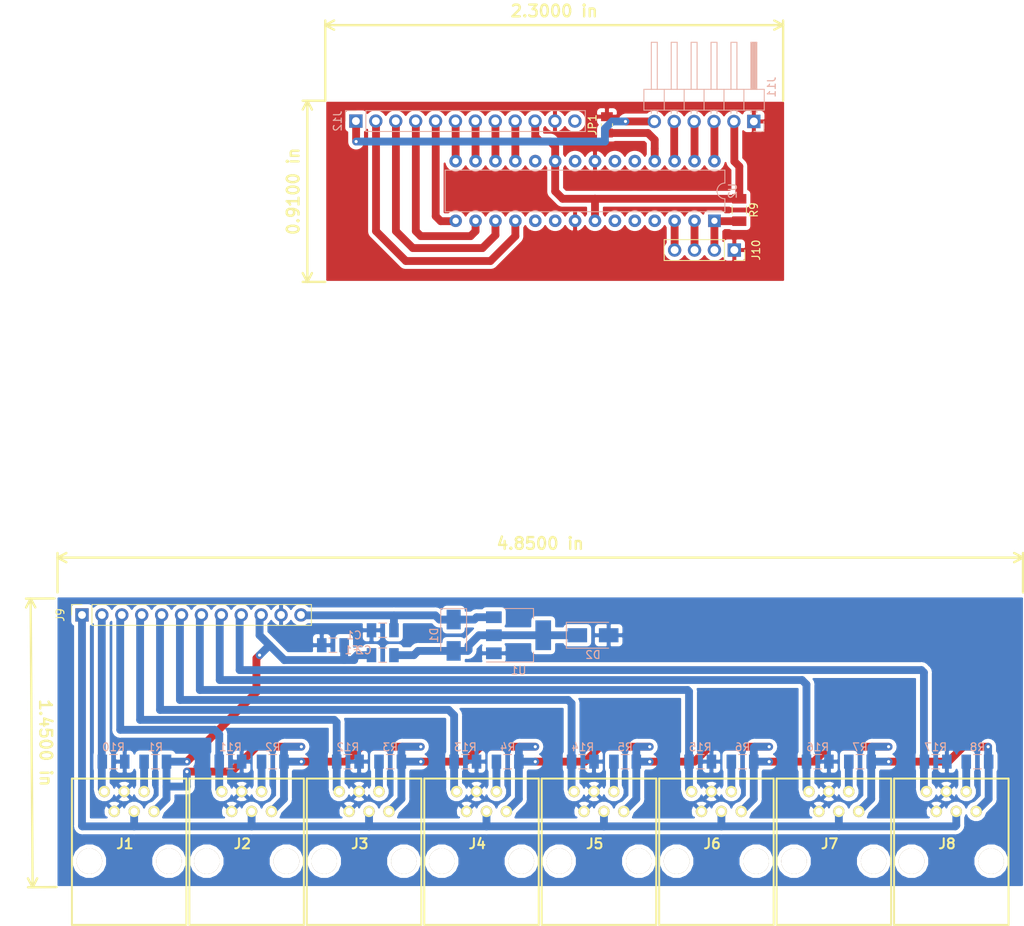
<source format=kicad_pcb>
(kicad_pcb (version 20171130) (host pcbnew "(5.0.0-rc2-58-gfc71fc647)")
  (layers (0 F.Cu signal) (31 B.Cu signal) (34 B.Paste user) (35 F.Paste user) (36 B.SilkS user) (37 F.SilkS user) (38 B.Mask user) (39 F.Mask user) (44 Edge.Cuts user))
  (net 0 "")
  (net 1 dht_0)
  (net 2 GND)
  (net 3 "Net-(J8-Pad5)")
  (net 4 3V3)
  (net 5 dht_7)
  (net 6 "Net-(J2-Pad5)")
  (net 7 "Net-(J1-Pad5)")
  (net 8 "Net-(J4-Pad5)")
  (net 9 "Net-(J5-Pad5)")
  (net 10 "Net-(J6-Pad5)")
  (net 11 dht_6)
  (net 12 dht_5)
  (net 13 dht_4)
  (net 14 dht_3)
  (net 15 dht_2)
  (net 16 dht_1)
  (net 17 "Net-(J3-Pad5)")
  (net 18 "Net-(J7-Pad5)")
  (net 19 "Net-(D1-Pad2)")
  (net 20 Vin)
  (net 21 1wire)
  (net 22 "Net-(J10-Pad2)")
  (net 23 "Net-(JP1-Pad1)")
  (net 24 SDA)
  (net 25 SCL)
  (net 26 "Net-(J10-Pad3)")
  (net 27 "Net-(J10-Pad4)")
  (net 28 "Net-(U2-Pad4)")
  (net 29 "Net-(U2-Pad5)")
  (net 30 "Net-(U2-Pad19)")
  (net 31 "Net-(U2-Pad6)")
  (net 32 "Net-(U2-Pad21)")
  (net 33 "Net-(U2-Pad9)")
  (net 34 "Net-(U2-Pad23)")
  (net 35 "Net-(U2-Pad10)")
  (net 36 "Net-(U2-Pad24)")
  (net 37 !Lock)
  (module Connector_PinHeader_2.54mm:PinHeader_1x06_P2.54mm_Horizontal (layer B.Cu) (at 189.5602 47.5996 90)
    (fp_text reference J11 (at 4.385 2.27 90) (layer B.SilkS) (effects (justify mirror)))
    (fp_text value Out)
    (pad 1 thru_hole rect (at 0 0 90) (size 1.7 1.7) (drill 1) (layers *.Cu *.Mask) (net 2 GND))
    (pad 2 thru_hole oval (at 0 -2.54 90) (size 1.7 1.7) (drill 1) (layers *.Cu *.Mask) (net 4 3V3))
    (pad 3 thru_hole oval (at 0 -5.08 90) (size 1.7 1.7) (drill 1) (layers *.Cu *.Mask) (net 25 SCL))
    (pad 4 thru_hole oval (at 0 -7.62 90) (size 1.7 1.7) (drill 1) (layers *.Cu *.Mask) (net 24 SDA))
    (pad 5 thru_hole oval (at 0 -10.16 90) (size 1.7 1.7) (drill 1) (layers *.Cu *.Mask) (net 37 !Lock))
    (pad 6 thru_hole oval (at 0 -12.7 90) (size 1.7 1.7) (drill 1) (layers *.Cu *.Mask) (net 21 1wire))
  )
  (module Connector_PinHeader_2.54mm:PinHeader_1x12_P2.54mm_Vertical (layer B.Cu) (at 138.7856 47.5488 270)
    (fp_text reference J12 (at 0 2.33 270) (layer B.SilkS) (effects (justify mirror)))
    (fp_text value Flex)
    (pad 1 thru_hole rect (at 0 0 270) (size 1.7 1.7) (drill 1) (layers *.Cu *.Mask) (net 21 1wire))
    (pad 2 thru_hole oval (at 0 -2.54 270) (size 1.7 1.7) (drill 1) (layers *.Cu *.Mask) (net 1 dht_0))
    (pad 3 thru_hole oval (at 0 -5.08 270) (size 1.7 1.7) (drill 1) (layers *.Cu *.Mask) (net 16 dht_1))
    (pad 4 thru_hole oval (at 0 -7.62 270) (size 1.7 1.7) (drill 1) (layers *.Cu *.Mask) (net 15 dht_2))
    (pad 5 thru_hole oval (at 0 -10.16 270) (size 1.7 1.7) (drill 1) (layers *.Cu *.Mask) (net 14 dht_3))
    (pad 6 thru_hole oval (at 0 -12.7 270) (size 1.7 1.7) (drill 1) (layers *.Cu *.Mask) (net 13 dht_4))
    (pad 7 thru_hole oval (at 0 -15.24 270) (size 1.7 1.7) (drill 1) (layers *.Cu *.Mask) (net 12 dht_5))
    (pad 8 thru_hole oval (at 0 -17.78 270) (size 1.7 1.7) (drill 1) (layers *.Cu *.Mask) (net 11 dht_6))
    (pad 9 thru_hole oval (at 0 -20.32 270) (size 1.7 1.7) (drill 1) (layers *.Cu *.Mask) (net 5 dht_7))
    (pad 10 thru_hole oval (at 0 -22.86 270) (size 1.7 1.7) (drill 1) (layers *.Cu *.Mask) (net 4 3V3))
    (pad 11 thru_hole oval (at 0 -25.4 270) (size 1.7 1.7) (drill 1) (layers *.Cu *.Mask) (net 2 GND))
    (pad 12 thru_hole oval (at 0 -27.94 270) (size 1.7 1.7) (drill 1) (layers *.Cu *.Mask) (net 20 Vin))
  )
  (module Connector_PinSocket_2.54mm:PinSocket_1x04_P2.54mm_Vertical (layer F.Cu) (at 187.071 64.008 270)
    (fp_text reference J10 (at 0 -2.77 270) (layer F.SilkS))
    (fp_text value Prog)
    (pad 1 thru_hole rect (at 0 0 270) (size 1.7 1.7) (drill 1) (layers *.Cu *.Mask) (net 2 GND))
    (pad 2 thru_hole oval (at 0 2.54 270) (size 1.7 1.7) (drill 1) (layers *.Cu *.Mask) (net 22 "Net-(J10-Pad2)"))
    (pad 3 thru_hole oval (at 0 5.08 270) (size 1.7 1.7) (drill 1) (layers *.Cu *.Mask) (net 26 "Net-(J10-Pad3)"))
    (pad 4 thru_hole oval (at 0 7.62 270) (size 1.7 1.7) (drill 1) (layers *.Cu *.Mask) (net 27 "Net-(J10-Pad4)"))
  )
  (module Package_DIP:DIP-28_W7.62mm (layer B.Cu) (at 184.531 60.2742 90)
    (fp_text reference U2 (at 3.81 2.33 90) (layer B.SilkS) (effects (justify mirror)))
    (fp_text value ATmega328-PU)
    (pad 1 thru_hole rect (at 0 0 90) (size 1.6 1.6) (drill 0.8) (layers *.Cu *.Mask) (net 22 "Net-(J10-Pad2)"))
    (pad 15 thru_hole oval (at 7.62 -33.02 90) (size 1.6 1.6) (drill 0.8) (layers *.Cu *.Mask) (net 13 dht_4))
    (pad 2 thru_hole oval (at 0 -2.54 90) (size 1.6 1.6) (drill 0.8) (layers *.Cu *.Mask) (net 26 "Net-(J10-Pad3)"))
    (pad 16 thru_hole oval (at 7.62 -30.48 90) (size 1.6 1.6) (drill 0.8) (layers *.Cu *.Mask) (net 12 dht_5))
    (pad 3 thru_hole oval (at 0 -5.08 90) (size 1.6 1.6) (drill 0.8) (layers *.Cu *.Mask) (net 27 "Net-(J10-Pad4)"))
    (pad 17 thru_hole oval (at 7.62 -27.94 90) (size 1.6 1.6) (drill 0.8) (layers *.Cu *.Mask) (net 11 dht_6))
    (pad 4 thru_hole oval (at 0 -7.62 90) (size 1.6 1.6) (drill 0.8) (layers *.Cu *.Mask) (net 28 "Net-(U2-Pad4)"))
    (pad 18 thru_hole oval (at 7.62 -25.4 90) (size 1.6 1.6) (drill 0.8) (layers *.Cu *.Mask) (net 5 dht_7))
    (pad 5 thru_hole oval (at 0 -10.16 90) (size 1.6 1.6) (drill 0.8) (layers *.Cu *.Mask) (net 29 "Net-(U2-Pad5)"))
    (pad 19 thru_hole oval (at 7.62 -22.86 90) (size 1.6 1.6) (drill 0.8) (layers *.Cu *.Mask) (net 30 "Net-(U2-Pad19)"))
    (pad 6 thru_hole oval (at 0 -12.7 90) (size 1.6 1.6) (drill 0.8) (layers *.Cu *.Mask) (net 31 "Net-(U2-Pad6)"))
    (pad 20 thru_hole oval (at 7.62 -20.32 90) (size 1.6 1.6) (drill 0.8) (layers *.Cu *.Mask) (net 4 3V3))
    (pad 7 thru_hole oval (at 0 -15.24 90) (size 1.6 1.6) (drill 0.8) (layers *.Cu *.Mask) (net 4 3V3))
    (pad 21 thru_hole oval (at 7.62 -17.78 90) (size 1.6 1.6) (drill 0.8) (layers *.Cu *.Mask) (net 32 "Net-(U2-Pad21)"))
    (pad 8 thru_hole oval (at 0 -17.78 90) (size 1.6 1.6) (drill 0.8) (layers *.Cu *.Mask) (net 2 GND))
    (pad 22 thru_hole oval (at 7.62 -15.24 90) (size 1.6 1.6) (drill 0.8) (layers *.Cu *.Mask) (net 2 GND))
    (pad 9 thru_hole oval (at 0 -20.32 90) (size 1.6 1.6) (drill 0.8) (layers *.Cu *.Mask) (net 33 "Net-(U2-Pad9)"))
    (pad 23 thru_hole oval (at 7.62 -12.7 90) (size 1.6 1.6) (drill 0.8) (layers *.Cu *.Mask) (net 34 "Net-(U2-Pad23)"))
    (pad 10 thru_hole oval (at 0 -22.86 90) (size 1.6 1.6) (drill 0.8) (layers *.Cu *.Mask) (net 35 "Net-(U2-Pad10)"))
    (pad 24 thru_hole oval (at 7.62 -10.16 90) (size 1.6 1.6) (drill 0.8) (layers *.Cu *.Mask) (net 36 "Net-(U2-Pad24)"))
    (pad 11 thru_hole oval (at 0 -25.4 90) (size 1.6 1.6) (drill 0.8) (layers *.Cu *.Mask) (net 1 dht_0))
    (pad 25 thru_hole oval (at 7.62 -7.62 90) (size 1.6 1.6) (drill 0.8) (layers *.Cu *.Mask) (net 23 "Net-(JP1-Pad1)"))
    (pad 12 thru_hole oval (at 0 -27.94 90) (size 1.6 1.6) (drill 0.8) (layers *.Cu *.Mask) (net 16 dht_1))
    (pad 26 thru_hole oval (at 7.62 -5.08 90) (size 1.6 1.6) (drill 0.8) (layers *.Cu *.Mask) (net 37 !Lock))
    (pad 13 thru_hole oval (at 0 -30.48 90) (size 1.6 1.6) (drill 0.8) (layers *.Cu *.Mask) (net 15 dht_2))
    (pad 27 thru_hole oval (at 7.62 -2.54 90) (size 1.6 1.6) (drill 0.8) (layers *.Cu *.Mask) (net 24 SDA))
    (pad 14 thru_hole oval (at 0 -33.02 90) (size 1.6 1.6) (drill 0.8) (layers *.Cu *.Mask) (net 14 dht_3))
    (pad 28 thru_hole oval (at 7.62 0 90) (size 1.6 1.6) (drill 0.8) (layers *.Cu *.Mask) (net 25 SCL))
  )
  (module Resistor_SMD:R_1206_3216Metric (layer B.Cu) (at 212.758 129.286 180)
    (fp_text reference R17 (at 0 1.85 180) (layer B.SilkS) (effects (justify mirror)))
    (fp_text value 33k)
    (pad 1 smd rect (at -1.43 0 180) (size 1.22 1.8) (layers B.Cu B.Paste B.Mask) (net 2 GND))
    (pad 2 smd rect (at 1.43 0 180) (size 1.22 1.8) (layers B.Cu B.Paste B.Mask) (net 5 dht_7))
  )
  (module Connector_PinSocket_2.54mm:PinSocket_1x12_P2.54mm_Vertical (layer F.Cu) (at 103.8352 110.5662 90)
    (fp_text reference J9 (at 0 -2.77 90) (layer F.SilkS))
    (fp_text value Conn_01x12)
    (pad 1 thru_hole rect (at 0 0 90) (size 1.7 1.7) (drill 1) (layers *.Cu *.Mask) (net 21 1wire))
    (pad 2 thru_hole oval (at 0 2.54 90) (size 1.7 1.7) (drill 1) (layers *.Cu *.Mask) (net 1 dht_0))
    (pad 3 thru_hole oval (at 0 5.08 90) (size 1.7 1.7) (drill 1) (layers *.Cu *.Mask) (net 16 dht_1))
    (pad 4 thru_hole oval (at 0 7.62 90) (size 1.7 1.7) (drill 1) (layers *.Cu *.Mask) (net 15 dht_2))
    (pad 5 thru_hole oval (at 0 10.16 90) (size 1.7 1.7) (drill 1) (layers *.Cu *.Mask) (net 14 dht_3))
    (pad 6 thru_hole oval (at 0 12.7 90) (size 1.7 1.7) (drill 1) (layers *.Cu *.Mask) (net 13 dht_4))
    (pad 7 thru_hole oval (at 0 15.24 90) (size 1.7 1.7) (drill 1) (layers *.Cu *.Mask) (net 12 dht_5))
    (pad 8 thru_hole oval (at 0 17.78 90) (size 1.7 1.7) (drill 1) (layers *.Cu *.Mask) (net 11 dht_6))
    (pad 9 thru_hole oval (at 0 20.32 90) (size 1.7 1.7) (drill 1) (layers *.Cu *.Mask) (net 5 dht_7))
    (pad 10 thru_hole oval (at 0 22.86 90) (size 1.7 1.7) (drill 1) (layers *.Cu *.Mask) (net 4 3V3))
    (pad 11 thru_hole oval (at 0 25.4 90) (size 1.7 1.7) (drill 1) (layers *.Cu *.Mask) (net 2 GND))
    (pad 12 thru_hole oval (at 0 27.94 90) (size 1.7 1.7) (drill 1) (layers *.Cu *.Mask) (net 20 Vin))
  )
  (module Diode_SMD:D_SMA (layer B.Cu) (at 169.037 113.157)
    (fp_text reference D2 (at 0 2.5) (layer B.SilkS) (effects (justify mirror)))
    (fp_text value 1N4007)
    (pad 1 smd rect (at -2 0) (size 2.5 1.8) (layers B.Cu B.Paste B.Mask) (net 19 "Net-(D1-Pad2)"))
    (pad 2 smd rect (at 2 0) (size 2.5 1.8) (layers B.Cu B.Paste B.Mask) (net 2 GND))
  )
  (module Capacitor_SMD:C_1206_3216Metric (layer B.Cu) (at 142.207 112.522 180)
    (fp_text reference C1 (at 3.65 -0.635 180) (layer B.SilkS) (effects (justify mirror)))
    (fp_text value 100nF)
    (pad 1 smd rect (at -1.43 0 180) (size 1.22 1.8) (layers B.Cu B.Paste B.Mask) (net 20 Vin))
    (pad 2 smd rect (at 1.43 0 180) (size 1.22 1.8) (layers B.Cu B.Paste B.Mask) (net 2 GND))
  )
  (module Diode_SMD:D_SMA (layer B.Cu) (at 151.257 113.157 270)
    (fp_text reference D1 (at 0 2.5 270) (layer B.SilkS) (effects (justify mirror)))
    (fp_text value 1N4007)
    (pad 2 smd rect (at 2 0 270) (size 2.5 1.8) (layers B.Cu B.Paste B.Mask) (net 19 "Net-(D1-Pad2)"))
    (pad 1 smd rect (at -2 0 270) (size 2.5 1.8) (layers B.Cu B.Paste B.Mask) (net 20 Vin))
  )
  (module Capacitor_SMD:C_1206_3216Metric (layer B.Cu) (at 135.857 114.427 180)
    (fp_text reference C2 (at -3.97 -0.635 180) (layer B.SilkS) (effects (justify mirror)))
    (fp_text value 100nF)
    (pad 1 smd rect (at -1.43 0 180) (size 1.22 1.8) (layers B.Cu B.Paste B.Mask) (net 4 3V3))
    (pad 2 smd rect (at 1.43 0 180) (size 1.22 1.8) (layers B.Cu B.Paste B.Mask) (net 2 GND))
  )
  (module Fuse:Fuse_1206_3216Metric (layer B.Cu) (at 142.207 115.697)
    (fp_text reference F1 (at -3.97 -0.635) (layer B.SilkS) (effects (justify mirror)))
    (fp_text value 500mA)
    (pad 1 smd rect (at -1.43 0) (size 1.22 1.8) (layers B.Cu B.Paste B.Mask) (net 4 3V3))
    (pad 2 smd rect (at 1.43 0) (size 1.22 1.8) (layers B.Cu B.Paste B.Mask) (net 19 "Net-(D1-Pad2)"))
  )
  (module Package_TO_SOT_SMD:SOT-223-3_TabPin2 (layer B.Cu) (at 159.537 113.157)
    (fp_text reference U1 (at 0 4.5) (layer B.SilkS) (effects (justify mirror)))
    (fp_text value LM1117-3.3)
    (pad 2 smd rect (at 3.15 0) (size 2 3.8) (layers B.Cu B.Paste B.Mask) (net 19 "Net-(D1-Pad2)"))
    (pad 2 smd rect (at -3.15 0) (size 2 1.5) (layers B.Cu B.Paste B.Mask) (net 19 "Net-(D1-Pad2)"))
    (pad 3 smd rect (at -3.15 -2.3) (size 2 1.5) (layers B.Cu B.Paste B.Mask) (net 20 Vin))
    (pad 1 smd rect (at -3.15 2.3) (size 2 1.5) (layers B.Cu B.Paste B.Mask) (net 2 GND))
  )
  (module MHRJJ66NFRA:MHRJJ66NFRA (layer F.Cu) (at 184.785 133.096)
    (fp_text reference J6 (at -0.545 6.669) (layer F.SilkS) (effects (font (size 1.27 1.27) (thickness 0.254))))
    (fp_text value MHRJJ66NFRA hide)
    (pad 8 thru_hole circle (at 5.08 8.89 90) (size 3.25 3.25) (drill 3.25) (layers *.Cu *.Mask F.SilkS))
    (pad 7 thru_hole circle (at -5.08 8.89 90) (size 3.25 3.25) (drill 3.25) (layers *.Cu *.Mask F.SilkS))
    (pad 6 thru_hole circle (at 3.175 2.54 90) (size 1.45 1.45) (drill 0.9) (layers *.Cu *.Mask F.SilkS) (net 4 3V3))
    (pad 5 thru_hole circle (at 1.905 0 90) (size 1.45 1.45) (drill 0.9) (layers *.Cu *.Mask F.SilkS) (net 10 "Net-(J6-Pad5)"))
    (pad 4 thru_hole circle (at 0.635 2.54 90) (size 1.45 1.45) (drill 0.9) (layers *.Cu *.Mask F.SilkS) (net 21 1wire))
    (pad 3 thru_hole circle (at -0.635 0 90) (size 1.45 1.45) (drill 0.9) (layers *.Cu *.Mask F.SilkS) (net 2 GND))
    (pad 2 thru_hole circle (at -1.905 2.54 90) (size 1.45 1.45) (drill 0.9) (layers *.Cu *.Mask F.SilkS) (net 2 GND))
    (pad 1 thru_hole circle (at -3.175 0 90) (size 1.45 1.45) (drill 0.9) (layers *.Cu *.Mask F.SilkS) (net 12 dht_5))
  )
  (module MHRJJ66NFRA:MHRJJ66NFRA (layer F.Cu) (at 109.855 133.096)
    (fp_text reference J1 (at -0.545 6.669) (layer F.SilkS) (effects (font (size 1.27 1.27) (thickness 0.254))))
    (fp_text value MHRJJ66NFRA hide)
    (pad 1 thru_hole circle (at -3.175 0 90) (size 1.45 1.45) (drill 0.9) (layers *.Cu *.Mask F.SilkS) (net 1 dht_0))
    (pad 2 thru_hole circle (at -1.905 2.54 90) (size 1.45 1.45) (drill 0.9) (layers *.Cu *.Mask F.SilkS) (net 2 GND))
    (pad 3 thru_hole circle (at -0.635 0 90) (size 1.45 1.45) (drill 0.9) (layers *.Cu *.Mask F.SilkS) (net 2 GND))
    (pad 4 thru_hole circle (at 0.635 2.54 90) (size 1.45 1.45) (drill 0.9) (layers *.Cu *.Mask F.SilkS) (net 21 1wire))
    (pad 5 thru_hole circle (at 1.905 0 90) (size 1.45 1.45) (drill 0.9) (layers *.Cu *.Mask F.SilkS) (net 7 "Net-(J1-Pad5)"))
    (pad 6 thru_hole circle (at 3.175 2.54 90) (size 1.45 1.45) (drill 0.9) (layers *.Cu *.Mask F.SilkS) (net 4 3V3))
    (pad 7 thru_hole circle (at -5.08 8.89 90) (size 3.25 3.25) (drill 3.25) (layers *.Cu *.Mask F.SilkS))
    (pad 8 thru_hole circle (at 5.08 8.89 90) (size 3.25 3.25) (drill 3.25) (layers *.Cu *.Mask F.SilkS))
  )
  (module MHRJJ66NFRA:MHRJJ66NFRA (layer F.Cu) (at 139.827 133.096)
    (fp_text reference J3 (at -0.545 6.669) (layer F.SilkS) (effects (font (size 1.27 1.27) (thickness 0.254))))
    (fp_text value MHRJJ66NFRA hide)
    (pad 8 thru_hole circle (at 5.08 8.89 90) (size 3.25 3.25) (drill 3.25) (layers *.Cu *.Mask F.SilkS))
    (pad 7 thru_hole circle (at -5.08 8.89 90) (size 3.25 3.25) (drill 3.25) (layers *.Cu *.Mask F.SilkS))
    (pad 6 thru_hole circle (at 3.175 2.54 90) (size 1.45 1.45) (drill 0.9) (layers *.Cu *.Mask F.SilkS) (net 4 3V3))
    (pad 5 thru_hole circle (at 1.905 0 90) (size 1.45 1.45) (drill 0.9) (layers *.Cu *.Mask F.SilkS) (net 17 "Net-(J3-Pad5)"))
    (pad 4 thru_hole circle (at 0.635 2.54 90) (size 1.45 1.45) (drill 0.9) (layers *.Cu *.Mask F.SilkS) (net 21 1wire))
    (pad 3 thru_hole circle (at -0.635 0 90) (size 1.45 1.45) (drill 0.9) (layers *.Cu *.Mask F.SilkS) (net 2 GND))
    (pad 2 thru_hole circle (at -1.905 2.54 90) (size 1.45 1.45) (drill 0.9) (layers *.Cu *.Mask F.SilkS) (net 2 GND))
    (pad 1 thru_hole circle (at -3.175 0 90) (size 1.45 1.45) (drill 0.9) (layers *.Cu *.Mask F.SilkS) (net 15 dht_2))
  )
  (module MHRJJ66NFRA:MHRJJ66NFRA (layer F.Cu) (at 154.813 133.096)
    (fp_text reference J4 (at -0.545 6.669) (layer F.SilkS) (effects (font (size 1.27 1.27) (thickness 0.254))))
    (fp_text value MHRJJ66NFRA hide)
    (pad 1 thru_hole circle (at -3.175 0 90) (size 1.45 1.45) (drill 0.9) (layers *.Cu *.Mask F.SilkS) (net 14 dht_3))
    (pad 2 thru_hole circle (at -1.905 2.54 90) (size 1.45 1.45) (drill 0.9) (layers *.Cu *.Mask F.SilkS) (net 2 GND))
    (pad 3 thru_hole circle (at -0.635 0 90) (size 1.45 1.45) (drill 0.9) (layers *.Cu *.Mask F.SilkS) (net 2 GND))
    (pad 4 thru_hole circle (at 0.635 2.54 90) (size 1.45 1.45) (drill 0.9) (layers *.Cu *.Mask F.SilkS) (net 21 1wire))
    (pad 5 thru_hole circle (at 1.905 0 90) (size 1.45 1.45) (drill 0.9) (layers *.Cu *.Mask F.SilkS) (net 8 "Net-(J4-Pad5)"))
    (pad 6 thru_hole circle (at 3.175 2.54 90) (size 1.45 1.45) (drill 0.9) (layers *.Cu *.Mask F.SilkS) (net 4 3V3))
    (pad 7 thru_hole circle (at -5.08 8.89 90) (size 3.25 3.25) (drill 3.25) (layers *.Cu *.Mask F.SilkS))
    (pad 8 thru_hole circle (at 5.08 8.89 90) (size 3.25 3.25) (drill 3.25) (layers *.Cu *.Mask F.SilkS))
  )
  (module MHRJJ66NFRA:MHRJJ66NFRA (layer F.Cu) (at 169.799 133.096)
    (fp_text reference J5 (at -0.545 6.669) (layer F.SilkS) (effects (font (size 1.27 1.27) (thickness 0.254))))
    (fp_text value MHRJJ66NFRA hide)
    (pad 8 thru_hole circle (at 5.08 8.89 90) (size 3.25 3.25) (drill 3.25) (layers *.Cu *.Mask F.SilkS))
    (pad 7 thru_hole circle (at -5.08 8.89 90) (size 3.25 3.25) (drill 3.25) (layers *.Cu *.Mask F.SilkS))
    (pad 6 thru_hole circle (at 3.175 2.54 90) (size 1.45 1.45) (drill 0.9) (layers *.Cu *.Mask F.SilkS) (net 4 3V3))
    (pad 5 thru_hole circle (at 1.905 0 90) (size 1.45 1.45) (drill 0.9) (layers *.Cu *.Mask F.SilkS) (net 9 "Net-(J5-Pad5)"))
    (pad 4 thru_hole circle (at 0.635 2.54 90) (size 1.45 1.45) (drill 0.9) (layers *.Cu *.Mask F.SilkS) (net 21 1wire))
    (pad 3 thru_hole circle (at -0.635 0 90) (size 1.45 1.45) (drill 0.9) (layers *.Cu *.Mask F.SilkS) (net 2 GND))
    (pad 2 thru_hole circle (at -1.905 2.54 90) (size 1.45 1.45) (drill 0.9) (layers *.Cu *.Mask F.SilkS) (net 2 GND))
    (pad 1 thru_hole circle (at -3.175 0 90) (size 1.45 1.45) (drill 0.9) (layers *.Cu *.Mask F.SilkS) (net 13 dht_4))
  )
  (module MHRJJ66NFRA:MHRJJ66NFRA (layer F.Cu) (at 199.771 133.096)
    (fp_text reference J7 (at -0.545 6.669) (layer F.SilkS) (effects (font (size 1.27 1.27) (thickness 0.254))))
    (fp_text value MHRJJ66NFRA hide)
    (pad 1 thru_hole circle (at -3.175 0 90) (size 1.45 1.45) (drill 0.9) (layers *.Cu *.Mask F.SilkS) (net 11 dht_6))
    (pad 2 thru_hole circle (at -1.905 2.54 90) (size 1.45 1.45) (drill 0.9) (layers *.Cu *.Mask F.SilkS) (net 2 GND))
    (pad 3 thru_hole circle (at -0.635 0 90) (size 1.45 1.45) (drill 0.9) (layers *.Cu *.Mask F.SilkS) (net 2 GND))
    (pad 4 thru_hole circle (at 0.635 2.54 90) (size 1.45 1.45) (drill 0.9) (layers *.Cu *.Mask F.SilkS) (net 21 1wire))
    (pad 5 thru_hole circle (at 1.905 0 90) (size 1.45 1.45) (drill 0.9) (layers *.Cu *.Mask F.SilkS) (net 18 "Net-(J7-Pad5)"))
    (pad 6 thru_hole circle (at 3.175 2.54 90) (size 1.45 1.45) (drill 0.9) (layers *.Cu *.Mask F.SilkS) (net 4 3V3))
    (pad 7 thru_hole circle (at -5.08 8.89 90) (size 3.25 3.25) (drill 3.25) (layers *.Cu *.Mask F.SilkS))
    (pad 8 thru_hole circle (at 5.08 8.89 90) (size 3.25 3.25) (drill 3.25) (layers *.Cu *.Mask F.SilkS))
  )
  (module MHRJJ66NFRA:MHRJJ66NFRA (layer F.Cu) (at 214.757 133.096)
    (fp_text reference J8 (at -0.545 6.669) (layer F.SilkS) (effects (font (size 1.27 1.27) (thickness 0.254))))
    (fp_text value MHRJJ66NFRA hide)
    (pad 8 thru_hole circle (at 5.08 8.89 90) (size 3.25 3.25) (drill 3.25) (layers *.Cu *.Mask F.SilkS))
    (pad 7 thru_hole circle (at -5.08 8.89 90) (size 3.25 3.25) (drill 3.25) (layers *.Cu *.Mask F.SilkS))
    (pad 6 thru_hole circle (at 3.175 2.54 90) (size 1.45 1.45) (drill 0.9) (layers *.Cu *.Mask F.SilkS) (net 4 3V3))
    (pad 5 thru_hole circle (at 1.905 0 90) (size 1.45 1.45) (drill 0.9) (layers *.Cu *.Mask F.SilkS) (net 3 "Net-(J8-Pad5)"))
    (pad 4 thru_hole circle (at 0.635 2.54 90) (size 1.45 1.45) (drill 0.9) (layers *.Cu *.Mask F.SilkS) (net 21 1wire))
    (pad 3 thru_hole circle (at -0.635 0 90) (size 1.45 1.45) (drill 0.9) (layers *.Cu *.Mask F.SilkS) (net 2 GND))
    (pad 2 thru_hole circle (at -1.905 2.54 90) (size 1.45 1.45) (drill 0.9) (layers *.Cu *.Mask F.SilkS) (net 2 GND))
    (pad 1 thru_hole circle (at -3.175 0 90) (size 1.45 1.45) (drill 0.9) (layers *.Cu *.Mask F.SilkS) (net 5 dht_7))
  )
  (module MHRJJ66NFRA:MHRJJ66NFRA (layer F.Cu) (at 124.841 133.096)
    (fp_text reference J2 (at -0.545 6.669) (layer F.SilkS) (effects (font (size 1.27 1.27) (thickness 0.254))))
    (fp_text value MHRJJ66NFRA hide)
    (pad 1 thru_hole circle (at -3.175 0 90) (size 1.45 1.45) (drill 0.9) (layers *.Cu *.Mask F.SilkS) (net 16 dht_1))
    (pad 2 thru_hole circle (at -1.905 2.54 90) (size 1.45 1.45) (drill 0.9) (layers *.Cu *.Mask F.SilkS) (net 2 GND))
    (pad 3 thru_hole circle (at -0.635 0 90) (size 1.45 1.45) (drill 0.9) (layers *.Cu *.Mask F.SilkS) (net 2 GND))
    (pad 4 thru_hole circle (at 0.635 2.54 90) (size 1.45 1.45) (drill 0.9) (layers *.Cu *.Mask F.SilkS) (net 21 1wire))
    (pad 5 thru_hole circle (at 1.905 0 90) (size 1.45 1.45) (drill 0.9) (layers *.Cu *.Mask F.SilkS) (net 6 "Net-(J2-Pad5)"))
    (pad 6 thru_hole circle (at 3.175 2.54 90) (size 1.45 1.45) (drill 0.9) (layers *.Cu *.Mask F.SilkS) (net 4 3V3))
    (pad 7 thru_hole circle (at -5.08 8.89 90) (size 3.25 3.25) (drill 3.25) (layers *.Cu *.Mask F.SilkS))
    (pad 8 thru_hole circle (at 5.08 8.89 90) (size 3.25 3.25) (drill 3.25) (layers *.Cu *.Mask F.SilkS))
  )
  (module Resistor_SMD:R_1206_3216Metric (layer B.Cu) (at 203.106 129.286 180)
    (fp_text reference R7 (at 0 1.85 180) (layer B.SilkS) (effects (justify mirror)))
    (fp_text value 4k7)
    (pad 2 smd rect (at 1.43 0 180) (size 1.22 1.8) (layers B.Cu B.Paste B.Mask) (net 18 "Net-(J7-Pad5)"))
    (pad 1 smd rect (at -1.43 0 180) (size 1.22 1.8) (layers B.Cu B.Paste B.Mask) (net 4 3V3))
  )
  (module Resistor_SMD:R_1206_3216Metric (layer B.Cu) (at 143.162 129.286 180)
    (fp_text reference R3 (at 0 1.85 180) (layer B.SilkS) (effects (justify mirror)))
    (fp_text value 4k7)
    (pad 1 smd rect (at -1.43 0 180) (size 1.22 1.8) (layers B.Cu B.Paste B.Mask) (net 4 3V3))
    (pad 2 smd rect (at 1.43 0 180) (size 1.22 1.8) (layers B.Cu B.Paste B.Mask) (net 17 "Net-(J3-Pad5)"))
  )
  (module Resistor_SMD:R_1206_3216Metric (layer B.Cu) (at 182.72 129.286 180)
    (fp_text reference R15 (at 0 1.85 180) (layer B.SilkS) (effects (justify mirror)))
    (fp_text value 33k)
    (pad 2 smd rect (at 1.43 0 180) (size 1.22 1.8) (layers B.Cu B.Paste B.Mask) (net 12 dht_5))
    (pad 1 smd rect (at -1.43 0 180) (size 1.22 1.8) (layers B.Cu B.Paste B.Mask) (net 2 GND))
  )
  (module Resistor_SMD:R_1206_3216Metric (layer B.Cu) (at 167.734 129.286 180)
    (fp_text reference R14 (at 0 1.85 180) (layer B.SilkS) (effects (justify mirror)))
    (fp_text value 33k)
    (pad 1 smd rect (at -1.43 0 180) (size 1.22 1.8) (layers B.Cu B.Paste B.Mask) (net 2 GND))
    (pad 2 smd rect (at 1.43 0 180) (size 1.22 1.8) (layers B.Cu B.Paste B.Mask) (net 13 dht_4))
  )
  (module Resistor_SMD:R_1206_3216Metric (layer B.Cu) (at 152.748 129.286 180)
    (fp_text reference R13 (at 0 1.85 180) (layer B.SilkS) (effects (justify mirror)))
    (fp_text value 33k)
    (pad 2 smd rect (at 1.43 0 180) (size 1.22 1.8) (layers B.Cu B.Paste B.Mask) (net 14 dht_3))
    (pad 1 smd rect (at -1.43 0 180) (size 1.22 1.8) (layers B.Cu B.Paste B.Mask) (net 2 GND))
  )
  (module Resistor_SMD:R_1206_3216Metric (layer B.Cu) (at 137.762 129.286 180)
    (fp_text reference R12 (at 0 1.85 180) (layer B.SilkS) (effects (justify mirror)))
    (fp_text value 33k)
    (pad 1 smd rect (at -1.43 0 180) (size 1.22 1.8) (layers B.Cu B.Paste B.Mask) (net 2 GND))
    (pad 2 smd rect (at 1.43 0 180) (size 1.22 1.8) (layers B.Cu B.Paste B.Mask) (net 15 dht_2))
  )
  (module Resistor_SMD:R_1206_3216Metric (layer B.Cu) (at 122.776 129.286 180)
    (fp_text reference R11 (at 0 1.85 180) (layer B.SilkS) (effects (justify mirror)))
    (fp_text value 33k)
    (pad 2 smd rect (at 1.43 0 180) (size 1.22 1.8) (layers B.Cu B.Paste B.Mask) (net 16 dht_1))
    (pad 1 smd rect (at -1.43 0 180) (size 1.22 1.8) (layers B.Cu B.Paste B.Mask) (net 2 GND))
  )
  (module Resistor_SMD:R_1206_3216Metric (layer B.Cu) (at 107.856 129.286 180)
    (fp_text reference R10 (at 0 1.85 180) (layer B.SilkS) (effects (justify mirror)))
    (fp_text value 33k)
    (pad 1 smd rect (at -1.43 0 180) (size 1.22 1.8) (layers B.Cu B.Paste B.Mask) (net 2 GND))
    (pad 2 smd rect (at 1.43 0 180) (size 1.22 1.8) (layers B.Cu B.Paste B.Mask) (net 1 dht_0))
  )
  (module Resistor_SMD:R_1206_3216Metric (layer B.Cu) (at 188.12 129.286 180)
    (fp_text reference R6 (at 0 1.85 180) (layer B.SilkS) (effects (justify mirror)))
    (fp_text value 4k7)
    (pad 2 smd rect (at 1.43 0 180) (size 1.22 1.8) (layers B.Cu B.Paste B.Mask) (net 10 "Net-(J6-Pad5)"))
    (pad 1 smd rect (at -1.43 0 180) (size 1.22 1.8) (layers B.Cu B.Paste B.Mask) (net 4 3V3))
  )
  (module Resistor_SMD:R_1206_3216Metric (layer B.Cu) (at 173.134 129.286 180)
    (fp_text reference R5 (at 0 1.85 180) (layer B.SilkS) (effects (justify mirror)))
    (fp_text value 4k7)
    (pad 1 smd rect (at -1.43 0 180) (size 1.22 1.8) (layers B.Cu B.Paste B.Mask) (net 4 3V3))
    (pad 2 smd rect (at 1.43 0 180) (size 1.22 1.8) (layers B.Cu B.Paste B.Mask) (net 9 "Net-(J5-Pad5)"))
  )
  (module Resistor_SMD:R_1206_3216Metric (layer B.Cu) (at 158.148 129.286 180)
    (fp_text reference R4 (at 0 1.85 180) (layer B.SilkS) (effects (justify mirror)))
    (fp_text value 4k7)
    (pad 2 smd rect (at 1.43 0 180) (size 1.22 1.8) (layers B.Cu B.Paste B.Mask) (net 8 "Net-(J4-Pad5)"))
    (pad 1 smd rect (at -1.43 0 180) (size 1.22 1.8) (layers B.Cu B.Paste B.Mask) (net 4 3V3))
  )
  (module Resistor_SMD:R_1206_3216Metric (layer B.Cu) (at 113.19 129.286 180)
    (fp_text reference R1 (at 0 1.85 180) (layer B.SilkS) (effects (justify mirror)))
    (fp_text value 4k7)
    (pad 1 smd rect (at -1.43 0 180) (size 1.22 1.8) (layers B.Cu B.Paste B.Mask) (net 4 3V3))
    (pad 2 smd rect (at 1.43 0 180) (size 1.22 1.8) (layers B.Cu B.Paste B.Mask) (net 7 "Net-(J1-Pad5)"))
  )
  (module Resistor_SMD:R_1206_3216Metric (layer B.Cu) (at 128.176 129.286 180)
    (fp_text reference R2 (at 0 1.85 180) (layer B.SilkS) (effects (justify mirror)))
    (fp_text value 4k7)
    (pad 2 smd rect (at 1.43 0 180) (size 1.22 1.8) (layers B.Cu B.Paste B.Mask) (net 6 "Net-(J2-Pad5)"))
    (pad 1 smd rect (at -1.43 0 180) (size 1.22 1.8) (layers B.Cu B.Paste B.Mask) (net 4 3V3))
  )
  (module Resistor_SMD:R_1206_3216Metric (layer F.Cu) (at 187.706 58.895 270)
    (fp_text reference R9 (at 0 -1.85 270) (layer F.SilkS))
    (fp_text value 10k)
    (pad 1 smd rect (at -1.43 0 270) (size 1.22 1.8) (layers F.Cu F.Paste F.Mask) (net 4 3V3))
    (pad 2 smd rect (at 1.43 0 270) (size 1.22 1.8) (layers F.Cu F.Paste F.Mask) (net 22 "Net-(J10-Pad2)"))
  )
  (module Resistor_SMD:R_1206_3216Metric (layer B.Cu) (at 218.092 129.286 180)
    (fp_text reference R8 (at 0 1.85 180) (layer B.SilkS) (effects (justify mirror)))
    (fp_text value 4k7)
    (pad 2 smd rect (at 1.43 0 180) (size 1.22 1.8) (layers B.Cu B.Paste B.Mask) (net 3 "Net-(J8-Pad5)"))
    (pad 1 smd rect (at -1.43 0 180) (size 1.22 1.8) (layers B.Cu B.Paste B.Mask) (net 4 3V3))
  )
  (module Resistor_SMD:R_1206_3216Metric (layer B.Cu) (at 197.706 129.286 180)
    (fp_text reference R16 (at 0 1.85 180) (layer B.SilkS) (effects (justify mirror)))
    (fp_text value 33k)
    (pad 1 smd rect (at -1.43 0 180) (size 1.22 1.8) (layers B.Cu B.Paste B.Mask) (net 2 GND))
    (pad 2 smd rect (at 1.43 0 180) (size 1.22 1.8) (layers B.Cu B.Paste B.Mask) (net 11 dht_6))
  )
  (module Resistor_SMD:R_0805_2012Metric_Pad1.15x1.50mm_HandSolder (layer F.Cu) (at 170.815 48.0325 90)
    (fp_text reference JP1 (at 0 -1.85 90) (layer F.SilkS))
    (fp_text value bypass1Wire)
    (pad 1 smd rect (at -1.0425 0 90) (size 1.145 1.5) (layers F.Cu F.Paste F.Mask) (net 23 "Net-(JP1-Pad1)"))
    (pad 2 smd rect (at 1.0425 0 90) (size 1.145 1.5) (layers F.Cu F.Paste F.Mask) (net 2 GND))
  )
  (dimension 23.114 (width 0.3) (layer F.SilkS) (gr_text "23,114 mm" (at 130.488 56.515 270) (layer F.SilkS) (effects (font (size 1.5 1.5) (thickness 0.3)))) (feature1 (pts (xy 134.874 68.072) (xy 132.001579 68.072))) (feature2 (pts (xy 134.874 44.958) (xy 132.001579 44.958))) (crossbar (pts (xy 132.588 44.958) (xy 132.588 68.072))) (arrow1a (pts (xy 132.588 68.072) (xy 132.001579 66.945496))) (arrow1b (pts (xy 132.588 68.072) (xy 133.174421 66.945496))) (arrow2a (pts (xy 132.588 44.958) (xy 132.001579 46.084504))) (arrow2b (pts (xy 132.588 44.958) (xy 133.174421 46.084504))))
  (dimension 58.42 (width 0.3) (layer F.SilkS) (gr_text "58,420 mm" (at 164.084 33.206) (layer F.SilkS) (effects (font (size 1.5 1.5) (thickness 0.3)))) (feature1 (pts (xy 193.294 44.958) (xy 193.294 34.719579))) (feature2 (pts (xy 134.874 44.958) (xy 134.874 34.719579))) (crossbar (pts (xy 134.874 35.306) (xy 193.294 35.306))) (arrow1a (pts (xy 193.294 35.306) (xy 192.167496 35.892421))) (arrow1b (pts (xy 193.294 35.306) (xy 192.167496 34.719579))) (arrow2a (pts (xy 134.874 35.306) (xy 136.000504 35.892421))) (arrow2b (pts (xy 134.874 35.306) (xy 136.000504 34.719579))))
  (dimension 36.830876 (width 0.3) (layer F.SilkS) (gr_text "36,831 mm" (at 95.309195 126.908502 -89.60486296) (layer F.SilkS) (effects (font (size 1.5 1.5) (thickness 0.3)))) (feature1 (pts (xy 100.33 108.458) (xy 96.695739 108.483064))) (feature2 (pts (xy 100.584 145.288) (xy 96.949739 145.313064))) (crossbar (pts (xy 97.536145 145.30902) (xy 97.282145 108.47902))) (arrow1a (pts (xy 97.282145 108.47902) (xy 97.876321 109.601453))) (arrow1b (pts (xy 97.282145 108.47902) (xy 96.703507 109.609541))) (arrow2a (pts (xy 97.536145 145.30902) (xy 98.114783 144.178499))) (arrow2b (pts (xy 97.536145 145.30902) (xy 96.941969 144.186587))))
  (dimension 123.19 (width 0.3) (layer F.SilkS) (gr_text "123,190 mm" (at 162.306 101.151) (layer F.SilkS) (effects (font (size 1.5 1.5) (thickness 0.3)))) (feature1 (pts (xy 223.901 107.696) (xy 223.901 102.664579))) (feature2 (pts (xy 100.711 107.696) (xy 100.711 102.664579))) (crossbar (pts (xy 100.711 103.251) (xy 223.901 103.251))) (arrow1a (pts (xy 223.901 103.251) (xy 222.774496 103.837421))) (arrow1b (pts (xy 223.901 103.251) (xy 222.774496 102.664579))) (arrow2a (pts (xy 100.711 103.251) (xy 101.837504 103.837421))) (arrow2b (pts (xy 100.711 103.251) (xy 101.837504 102.664579))))
  (segment (start 106.36 110.5814) (end 106.3752 110.5662) (width 1) (layer B.Cu) (net 1))
  (segment (start 106.36 129.286) (end 106.36 110.5814) (width 1) (layer B.Cu) (net 1))
  (segment (start 106.36 132.776) (end 106.68 133.096) (width 1) (layer B.Cu) (net 1))
  (segment (start 106.36 129.286) (end 106.36 132.776) (width 1) (layer B.Cu) (net 1))
  (segment (start 159.131 60.325) (end 159.131 62.23) (width 1) (layer F.Cu) (net 1))
  (segment (start 159.131 62.23) (end 155.956 65.405) (width 1) (layer F.Cu) (net 1))
  (segment (start 155.956 65.405) (end 145.161 65.405) (width 1) (layer F.Cu) (net 1))
  (segment (start 141.351 61.595) (end 141.351 47.625) (width 1) (layer F.Cu) (net 1))
  (segment (start 145.161 65.405) (end 141.351 61.595) (width 1) (layer F.Cu) (net 1))
  (segment (start 216.662 129.286) (end 216.662 133.096) (width 1) (layer B.Cu) (net 3))
  (segment (start 114.62 134.046) (end 113.03 135.636) (width 1) (layer B.Cu) (net 4))
  (segment (start 129.606 134.046) (end 128.016 135.636) (width 1) (layer B.Cu) (net 4))
  (segment (start 129.606 129.286) (end 129.606 134.046) (width 1) (layer B.Cu) (net 4))
  (segment (start 144.592 134.046) (end 143.002 135.636) (width 1) (layer B.Cu) (net 4))
  (segment (start 144.592 129.286) (end 144.592 134.046) (width 1) (layer B.Cu) (net 4))
  (segment (start 159.578 134.046) (end 157.988 135.636) (width 1) (layer B.Cu) (net 4))
  (segment (start 159.578 129.286) (end 159.578 134.046) (width 1) (layer B.Cu) (net 4))
  (segment (start 174.564 134.046) (end 172.974 135.636) (width 1) (layer B.Cu) (net 4))
  (segment (start 174.564 129.286) (end 174.564 134.046) (width 1) (layer B.Cu) (net 4))
  (segment (start 189.55 134.046) (end 187.96 135.636) (width 1) (layer B.Cu) (net 4))
  (segment (start 189.55 129.286) (end 189.55 134.046) (width 1) (layer B.Cu) (net 4))
  (segment (start 204.536 134.046) (end 202.946 135.636) (width 1) (layer B.Cu) (net 4))
  (segment (start 204.536 129.286) (end 204.536 134.046) (width 1) (layer B.Cu) (net 4))
  (segment (start 219.522 134.046) (end 217.932 135.636) (width 1) (layer B.Cu) (net 4))
  (segment (start 219.522 129.286) (end 219.522 134.046) (width 1) (layer B.Cu) (net 4))
  (segment (start 204.536 127.486) (end 204.641 127.381) (width 1) (layer B.Cu) (net 4))
  (segment (start 204.536 129.286) (end 204.536 127.486) (width 1) (layer B.Cu) (net 4))
  (segment (start 204.641 127.381) (end 206.756 127.381) (width 1) (layer B.Cu) (net 4))
  (via (at 206.756 127.381) (size 0.8) (drill 0.4) (layers F.Cu B.Cu) (net 4))
  (via (at 191.516 129.286) (size 0.8) (drill 0.4) (layers F.Cu B.Cu) (net 4))
  (segment (start 189.55 129.286) (end 191.516 129.286) (width 1) (layer B.Cu) (net 4))
  (segment (start 189.55 127.486) (end 189.655 127.381) (width 1) (layer B.Cu) (net 4))
  (segment (start 189.55 129.286) (end 189.55 127.486) (width 1) (layer B.Cu) (net 4))
  (via (at 191.516 127.381) (size 0.8) (drill 0.4) (layers F.Cu B.Cu) (net 4))
  (segment (start 174.564 127.486) (end 174.669 127.381) (width 1) (layer B.Cu) (net 4))
  (segment (start 174.564 129.286) (end 174.564 127.486) (width 1) (layer B.Cu) (net 4))
  (via (at 176.276 127.381) (size 0.8) (drill 0.4) (layers F.Cu B.Cu) (net 4))
  (segment (start 174.669 127.381) (end 176.276 127.381) (width 1) (layer B.Cu) (net 4))
  (via (at 176.276 129.286) (size 0.8) (drill 0.4) (layers F.Cu B.Cu) (net 4))
  (segment (start 174.564 129.286) (end 176.276 129.286) (width 1) (layer B.Cu) (net 4))
  (via (at 161.671 129.286) (size 0.8) (drill 0.4) (layers F.Cu B.Cu) (net 4))
  (segment (start 161.671 129.286) (end 159.578 129.286) (width 1) (layer B.Cu) (net 4))
  (segment (start 159.578 127.486) (end 159.683 127.381) (width 1) (layer B.Cu) (net 4))
  (segment (start 159.578 129.286) (end 159.578 127.486) (width 1) (layer B.Cu) (net 4))
  (via (at 161.671 127.381) (size 0.8) (drill 0.4) (layers F.Cu B.Cu) (net 4))
  (segment (start 159.683 127.381) (end 161.671 127.381) (width 1) (layer B.Cu) (net 4))
  (via (at 147.066 127.381) (size 0.8) (drill 0.4) (layers F.Cu B.Cu) (net 4))
  (segment (start 144.592 127.486) (end 144.697 127.381) (width 1) (layer B.Cu) (net 4))
  (segment (start 144.592 129.286) (end 144.592 127.486) (width 1) (layer B.Cu) (net 4))
  (segment (start 144.697 127.381) (end 147.066 127.381) (width 1) (layer B.Cu) (net 4))
  (via (at 147.066 129.286) (size 0.8) (drill 0.4) (layers F.Cu B.Cu) (net 4))
  (segment (start 144.592 129.286) (end 147.066 129.286) (width 1) (layer B.Cu) (net 4))
  (via (at 131.826 129.286) (size 0.8) (drill 0.4) (layers F.Cu B.Cu) (net 4))
  (segment (start 131.826 129.286) (end 129.606 129.286) (width 1) (layer B.Cu) (net 4))
  (segment (start 189.655 127.381) (end 191.516 127.381) (width 1) (layer B.Cu) (net 4))
  (segment (start 191.516 129.286) (end 197.231 129.286) (width 1) (layer F.Cu) (net 4))
  (segment (start 199.136 127.381) (end 206.756 127.381) (width 1) (layer F.Cu) (net 4))
  (segment (start 197.231 129.286) (end 199.136 127.381) (width 1) (layer F.Cu) (net 4))
  (segment (start 176.276 129.286) (end 181.991 129.286) (width 1) (layer F.Cu) (net 4))
  (segment (start 183.896 127.381) (end 191.516 127.381) (width 1) (layer F.Cu) (net 4))
  (segment (start 181.991 129.286) (end 183.896 127.381) (width 1) (layer F.Cu) (net 4))
  (segment (start 131.826 129.286) (end 137.541 129.286) (width 1) (layer F.Cu) (net 4))
  (segment (start 139.446 127.381) (end 147.066 127.381) (width 1) (layer F.Cu) (net 4))
  (segment (start 137.541 129.286) (end 139.446 127.381) (width 1) (layer F.Cu) (net 4))
  (segment (start 147.066 129.286) (end 152.781 129.286) (width 1) (layer F.Cu) (net 4))
  (segment (start 129.667 116.332) (end 129.676999 116.322001) (width 1) (layer B.Cu) (net 4))
  (segment (start 137.287 114.427) (end 137.287 116.322001) (width 1) (layer B.Cu) (net 4))
  (segment (start 138.566999 116.082001) (end 138.952 115.697) (width 1) (layer B.Cu) (net 4))
  (segment (start 138.952 115.697) (end 140.777 115.697) (width 1) (layer B.Cu) (net 4))
  (segment (start 138.566999 116.322001) (end 138.566999 116.082001) (width 1) (layer B.Cu) (net 4))
  (segment (start 137.287 116.322001) (end 138.566999 116.322001) (width 1) (layer B.Cu) (net 4))
  (segment (start 129.676999 116.322001) (end 137.287 116.322001) (width 1) (layer B.Cu) (net 4))
  (via (at 126.492 115.697) (size 0.8) (drill 0.4) (layers F.Cu B.Cu) (net 4))
  (segment (start 127.762 114.427) (end 129.667 116.332) (width 1) (layer B.Cu) (net 4))
  (segment (start 127.762 114.427) (end 126.492 115.697) (width 1) (layer B.Cu) (net 4))
  (segment (start 126.492 110.617) (end 126.492 113.157) (width 1) (layer B.Cu) (net 4))
  (segment (start 126.492 113.157) (end 127.762 114.427) (width 1) (layer B.Cu) (net 4))
  (segment (start 154.686 127.381) (end 161.671 127.381) (width 1) (layer F.Cu) (net 4))
  (segment (start 152.781 129.286) (end 154.686 127.381) (width 1) (layer F.Cu) (net 4))
  (segment (start 161.671 129.286) (end 168.021 129.286) (width 1) (layer F.Cu) (net 4))
  (segment (start 169.926 127.381) (end 176.276 127.381) (width 1) (layer F.Cu) (net 4))
  (segment (start 168.021 129.286) (end 169.926 127.381) (width 1) (layer F.Cu) (net 4))
  (segment (start 114.62 132.461) (end 117.221 132.461) (width 1) (layer B.Cu) (net 4))
  (segment (start 114.62 132.461) (end 114.62 134.046) (width 1) (layer B.Cu) (net 4))
  (segment (start 114.62 129.286) (end 114.62 132.461) (width 1) (layer B.Cu) (net 4))
  (via (at 117.221 130.556) (size 0.8) (drill 0.4) (layers F.Cu B.Cu) (net 4))
  (segment (start 117.221 132.461) (end 117.221 130.556) (width 1) (layer B.Cu) (net 4))
  (segment (start 117.221 130.556) (end 122.936 130.556) (width 1) (layer F.Cu) (net 4))
  (via (at 131.826 127.381) (size 0.8) (drill 0.4) (layers F.Cu B.Cu) (net 4))
  (segment (start 122.936 130.556) (end 126.111 127.381) (width 1) (layer F.Cu) (net 4))
  (segment (start 126.111 127.381) (end 131.826 127.381) (width 1) (layer F.Cu) (net 4))
  (segment (start 129.606 127.486) (end 129.711 127.381) (width 1) (layer B.Cu) (net 4))
  (segment (start 129.606 129.286) (end 129.606 127.486) (width 1) (layer B.Cu) (net 4))
  (segment (start 129.711 127.381) (end 131.826 127.381) (width 1) (layer B.Cu) (net 4))
  (segment (start 126.092001 116.096999) (end 126.092001 120.414999) (width 1) (layer F.Cu) (net 4))
  (segment (start 126.492 115.697) (end 126.092001 116.096999) (width 1) (layer F.Cu) (net 4))
  (via (at 117.221 129.286) (size 0.8) (drill 0.4) (layers F.Cu B.Cu) (net 4))
  (segment (start 126.092001 120.414999) (end 117.221 129.286) (width 1) (layer F.Cu) (net 4))
  (segment (start 117.221 129.286) (end 114.62 129.286) (width 1) (layer B.Cu) (net 4))
  (via (at 206.756 129.286) (size 0.8) (drill 0.4) (layers F.Cu B.Cu) (net 4))
  (segment (start 204.536 129.286) (end 206.756 129.286) (width 1) (layer B.Cu) (net 4))
  (segment (start 206.756 129.286) (end 214.376 129.286) (width 1) (layer F.Cu) (net 4))
  (via (at 219.456 127.381) (size 0.8) (drill 0.4) (layers F.Cu B.Cu) (net 4))
  (segment (start 214.376 129.286) (end 216.281 127.381) (width 1) (layer F.Cu) (net 4))
  (segment (start 216.281 127.381) (end 219.456 127.381) (width 1) (layer F.Cu) (net 4))
  (segment (start 219.456 129.22) (end 219.522 129.286) (width 1) (layer B.Cu) (net 4))
  (segment (start 219.456 127.381) (end 219.456 129.22) (width 1) (layer B.Cu) (net 4))
  (segment (start 161.671 47.625) (end 161.671 49.53) (width 1) (layer F.Cu) (net 4))
  (segment (start 161.671 49.53) (end 162.306 50.165) (width 1) (layer F.Cu) (net 4))
  (segment (start 162.306 50.165) (end 163.576 50.165) (width 1) (layer F.Cu) (net 4))
  (segment (start 164.211 50.8) (end 164.211 52.705) (width 1) (layer F.Cu) (net 4))
  (segment (start 163.576 50.165) (end 164.211 50.8) (width 1) (layer F.Cu) (net 4))
  (segment (start 187.071 47.625) (end 187.071 52.705) (width 1) (layer F.Cu) (net 4))
  (segment (start 187.706 53.34) (end 187.706 57.465) (width 1) (layer F.Cu) (net 4))
  (segment (start 187.071 52.705) (end 187.706 53.34) (width 1) (layer F.Cu) (net 4))
  (segment (start 164.211 52.705) (end 164.211 56.515) (width 1) (layer F.Cu) (net 4))
  (segment (start 164.211 56.515) (end 165.161 57.465) (width 1) (layer F.Cu) (net 4))
  (segment (start 169.291 60.325) (end 169.291 57.465) (width 1) (layer F.Cu) (net 4))
  (segment (start 165.161 57.465) (end 169.291 57.465) (width 1) (layer F.Cu) (net 4))
  (segment (start 169.291 57.465) (end 187.706 57.465) (width 1) (layer F.Cu) (net 4))
  (segment (start 211.262 117.917) (end 211.262 129.286) (width 1) (layer B.Cu) (net 5))
  (segment (start 210.947 117.602) (end 211.262 117.917) (width 1) (layer B.Cu) (net 5))
  (segment (start 123.952 110.617) (end 123.952 117.602) (width 1) (layer B.Cu) (net 5))
  (segment (start 123.952 117.602) (end 210.947 117.602) (width 1) (layer B.Cu) (net 5))
  (segment (start 211.262 132.776) (end 211.582 133.096) (width 1) (layer B.Cu) (net 5))
  (segment (start 211.262 129.286) (end 211.262 132.776) (width 1) (layer B.Cu) (net 5))
  (segment (start 159.131 47.625) (end 159.131 52.705) (width 1) (layer F.Cu) (net 5))
  (segment (start 126.746 129.286) (end 126.746 133.096) (width 1) (layer B.Cu) (net 6))
  (segment (start 111.76 129.286) (end 111.76 133.096) (width 1) (layer B.Cu) (net 7))
  (segment (start 156.718 129.286) (end 156.718 133.096) (width 1) (layer B.Cu) (net 8))
  (segment (start 171.704 129.286) (end 171.704 133.096) (width 1) (layer B.Cu) (net 9))
  (segment (start 186.69 129.286) (end 186.69 133.096) (width 1) (layer B.Cu) (net 10))
  (segment (start 121.412 110.617) (end 121.412 118.872) (width 1) (layer B.Cu) (net 11))
  (segment (start 121.412 118.872) (end 195.707 118.872) (width 1) (layer B.Cu) (net 11))
  (segment (start 196.276 119.441) (end 196.276 129.286) (width 1) (layer B.Cu) (net 11))
  (segment (start 195.707 118.872) (end 196.276 119.441) (width 1) (layer B.Cu) (net 11))
  (segment (start 196.276 132.776) (end 196.596 133.096) (width 1) (layer B.Cu) (net 11))
  (segment (start 196.276 129.286) (end 196.276 132.776) (width 1) (layer B.Cu) (net 11))
  (segment (start 156.591 47.625) (end 156.591 52.705) (width 1) (layer F.Cu) (net 11))
  (segment (start 181.29 120.33) (end 181.29 129.286) (width 1) (layer B.Cu) (net 12))
  (segment (start 181.102 120.142) (end 181.29 120.33) (width 1) (layer B.Cu) (net 12))
  (segment (start 118.872 110.617) (end 118.872 120.142) (width 1) (layer B.Cu) (net 12))
  (segment (start 118.872 120.142) (end 181.102 120.142) (width 1) (layer B.Cu) (net 12))
  (segment (start 181.29 132.776) (end 181.61 133.096) (width 1) (layer B.Cu) (net 12))
  (segment (start 181.29 129.286) (end 181.29 132.776) (width 1) (layer B.Cu) (net 12))
  (segment (start 154.051 47.625) (end 154.051 52.705) (width 1) (layer F.Cu) (net 12))
  (segment (start 116.332 110.617) (end 116.332 121.412) (width 1) (layer B.Cu) (net 13))
  (segment (start 116.332 121.412) (end 165.862 121.412) (width 1) (layer B.Cu) (net 13))
  (segment (start 166.304 121.854) (end 166.304 129.286) (width 1) (layer B.Cu) (net 13))
  (segment (start 165.862 121.412) (end 166.304 121.854) (width 1) (layer B.Cu) (net 13))
  (segment (start 166.304 132.776) (end 166.624 133.096) (width 1) (layer B.Cu) (net 13))
  (segment (start 166.304 129.286) (end 166.304 132.776) (width 1) (layer B.Cu) (net 13))
  (segment (start 151.511 47.625) (end 151.511 52.705) (width 1) (layer F.Cu) (net 13))
  (segment (start 113.792 122.682) (end 113.792 110.617) (width 1) (layer B.Cu) (net 14))
  (segment (start 113.792 122.682) (end 150.622 122.682) (width 1) (layer B.Cu) (net 14))
  (segment (start 151.318 123.378) (end 151.318 129.286) (width 1) (layer B.Cu) (net 14))
  (segment (start 150.622 122.682) (end 151.318 123.378) (width 1) (layer B.Cu) (net 14))
  (segment (start 151.318 132.776) (end 151.638 133.096) (width 1) (layer B.Cu) (net 14))
  (segment (start 151.318 129.286) (end 151.318 132.776) (width 1) (layer B.Cu) (net 14))
  (segment (start 148.971 47.625) (end 148.971 59.69) (width 1) (layer F.Cu) (net 14))
  (segment (start 148.971 59.69) (end 149.606 60.325) (width 1) (layer F.Cu) (net 14))
  (segment (start 149.606 60.325) (end 151.511 60.325) (width 1) (layer F.Cu) (net 14))
  (segment (start 111.252 110.617) (end 111.252 123.952) (width 1) (layer B.Cu) (net 15))
  (segment (start 111.252 123.952) (end 136.017 123.952) (width 1) (layer B.Cu) (net 15))
  (segment (start 136.332 124.267) (end 136.332 129.286) (width 1) (layer B.Cu) (net 15))
  (segment (start 136.017 123.952) (end 136.332 124.267) (width 1) (layer B.Cu) (net 15))
  (segment (start 136.332 132.776) (end 136.652 133.096) (width 1) (layer B.Cu) (net 15))
  (segment (start 136.332 129.286) (end 136.332 132.776) (width 1) (layer B.Cu) (net 15))
  (segment (start 154.051 60.325) (end 154.051 61.595) (width 1) (layer F.Cu) (net 15))
  (segment (start 154.051 61.595) (end 153.416 62.23) (width 1) (layer F.Cu) (net 15))
  (segment (start 153.416 62.23) (end 147.066 62.23) (width 1) (layer F.Cu) (net 15))
  (segment (start 146.431 61.595) (end 146.431 47.625) (width 1) (layer F.Cu) (net 15))
  (segment (start 147.066 62.23) (end 146.431 61.595) (width 1) (layer F.Cu) (net 15))
  (segment (start 108.712 125.222) (end 108.712 110.617) (width 1) (layer B.Cu) (net 16))
  (segment (start 108.712 125.222) (end 120.777 125.222) (width 1) (layer B.Cu) (net 16))
  (segment (start 121.346 125.791) (end 121.346 129.286) (width 1) (layer B.Cu) (net 16))
  (segment (start 120.777 125.222) (end 121.346 125.791) (width 1) (layer B.Cu) (net 16))
  (segment (start 121.346 132.776) (end 121.666 133.096) (width 1) (layer B.Cu) (net 16))
  (segment (start 121.346 129.286) (end 121.346 132.776) (width 1) (layer B.Cu) (net 16))
  (segment (start 143.891 47.625) (end 143.891 61.595) (width 1) (layer F.Cu) (net 16))
  (segment (start 143.891 61.595) (end 146.05 63.754) (width 1) (layer F.Cu) (net 16))
  (segment (start 146.05 63.754) (end 154.94 63.754) (width 1) (layer F.Cu) (net 16))
  (segment (start 156.591 62.103) (end 156.591 60.325) (width 1) (layer F.Cu) (net 16))
  (segment (start 154.94 63.754) (end 156.591 62.103) (width 1) (layer F.Cu) (net 16))
  (segment (start 141.732 129.286) (end 141.732 133.096) (width 1) (layer B.Cu) (net 17))
  (segment (start 201.676 129.286) (end 201.676 133.096) (width 1) (layer B.Cu) (net 18))
  (segment (start 156.387 113.157) (end 162.687 113.157) (width 1) (layer B.Cu) (net 19))
  (segment (start 154.487 113.157) (end 153.162 114.482) (width 1) (layer B.Cu) (net 19))
  (segment (start 153.162 114.482) (end 153.162 115.052) (width 1) (layer B.Cu) (net 19))
  (segment (start 153.162 115.052) (end 153.057 115.157) (width 1) (layer B.Cu) (net 19))
  (segment (start 156.387 113.157) (end 154.487 113.157) (width 1) (layer B.Cu) (net 19))
  (segment (start 153.057 115.157) (end 151.257 115.157) (width 1) (layer B.Cu) (net 19))
  (segment (start 146.177 115.697) (end 146.717 115.157) (width 1) (layer B.Cu) (net 19))
  (segment (start 146.717 115.157) (end 151.257 115.157) (width 1) (layer B.Cu) (net 19))
  (segment (start 143.637 115.697) (end 146.177 115.697) (width 1) (layer B.Cu) (net 19))
  (segment (start 162.687 113.157) (end 167.037 113.157) (width 1) (layer B.Cu) (net 19))
  (segment (start 149.457 111.157) (end 151.257 111.157) (width 1) (layer B.Cu) (net 20))
  (segment (start 148.917 110.617) (end 149.457 111.157) (width 1) (layer B.Cu) (net 20))
  (segment (start 131.572 110.617) (end 143.637 110.617) (width 1) (layer B.Cu) (net 20))
  (segment (start 143.637 110.617) (end 148.917 110.617) (width 1) (layer B.Cu) (net 20))
  (segment (start 156.387 110.857) (end 154.192 110.857) (width 1) (layer B.Cu) (net 20))
  (segment (start 154.192 110.857) (end 153.892 111.157) (width 1) (layer B.Cu) (net 20))
  (segment (start 153.892 111.157) (end 151.257 111.157) (width 1) (layer B.Cu) (net 20))
  (segment (start 143.637 112.522) (end 143.637 110.617) (width 1) (layer B.Cu) (net 20))
  (segment (start 125.476 137.541) (end 125.476 135.636) (width 1) (layer B.Cu) (net 21))
  (segment (start 200.406 135.636) (end 200.406 137.541) (width 1) (layer B.Cu) (net 21))
  (segment (start 140.462 135.636) (end 140.462 137.541) (width 1) (layer B.Cu) (net 21))
  (segment (start 140.462 137.541) (end 125.476 137.541) (width 1) (layer B.Cu) (net 21))
  (segment (start 155.448 135.636) (end 155.448 137.541) (width 1) (layer B.Cu) (net 21))
  (segment (start 155.448 137.541) (end 140.462 137.541) (width 1) (layer B.Cu) (net 21))
  (segment (start 170.434 135.636) (end 170.434 137.541) (width 1) (layer B.Cu) (net 21))
  (segment (start 170.434 137.541) (end 155.448 137.541) (width 1) (layer B.Cu) (net 21))
  (segment (start 185.42 135.636) (end 185.42 137.541) (width 1) (layer B.Cu) (net 21))
  (segment (start 200.406 137.541) (end 185.42 137.541) (width 1) (layer B.Cu) (net 21))
  (segment (start 185.42 137.541) (end 170.434 137.541) (width 1) (layer B.Cu) (net 21))
  (segment (start 200.406 137.541) (end 215.265 137.541) (width 1) (layer B.Cu) (net 21))
  (segment (start 215.392 137.414) (end 215.392 135.636) (width 1) (layer B.Cu) (net 21))
  (segment (start 215.265 137.541) (end 215.392 137.414) (width 1) (layer B.Cu) (net 21))
  (segment (start 125.476 137.541) (end 110.49 137.541) (width 1) (layer B.Cu) (net 21))
  (segment (start 110.49 137.541) (end 110.49 135.636) (width 1) (layer B.Cu) (net 21))
  (segment (start 110.49 137.541) (end 103.886 137.541) (width 1) (layer B.Cu) (net 21))
  (segment (start 103.8352 137.4902) (end 103.8352 110.5662) (width 1) (layer B.Cu) (net 21))
  (segment (start 103.886 137.541) (end 103.8352 137.4902) (width 1) (layer B.Cu) (net 21))
  (segment (start 138.811 50.165) (end 170.561 50.165) (width 1) (layer B.Cu) (net 21))
  (segment (start 138.811 47.625) (end 138.811 50.165) (width 1) (layer F.Cu) (net 21))
  (via (at 138.811 50.165) (size 0.8) (drill 0.4) (layers F.Cu B.Cu) (net 21))
  (segment (start 170.561 50.165) (end 170.561 48.514) (width 1) (layer B.Cu) (net 21))
  (via (at 173.179927 47.59839) (size 0.8) (drill 0.4) (layers F.Cu B.Cu) (net 21))
  (segment (start 170.561 48.514) (end 171.47661 47.59839) (width 1) (layer B.Cu) (net 21))
  (segment (start 171.47661 47.59839) (end 173.179927 47.59839) (width 1) (layer B.Cu) (net 21))
  (segment (start 173.282211 47.5996) (end 173.281001 47.59839) (width 1) (layer F.Cu) (net 21))
  (segment (start 176.8602 47.5996) (end 173.282211 47.5996) (width 1) (layer F.Cu) (net 21))
  (segment (start 187.706 60.325) (end 184.531 60.325) (width 1) (layer F.Cu) (net 22))
  (segment (start 184.531 60.2742) (end 184.531 64.008) (width 1) (layer F.Cu) (net 22))
  (segment (start 176.911 51.054) (end 176.911 52.6542) (width 1) (layer F.Cu) (net 23))
  (segment (start 176.911 49.944402) (end 176.911 51.054) (width 1) (layer F.Cu) (net 23))
  (segment (start 176.041598 49.075) (end 176.911 49.944402) (width 1) (layer F.Cu) (net 23))
  (segment (start 170.815 49.075) (end 176.041598 49.075) (width 1) (layer F.Cu) (net 23))
  (segment (start 181.991 47.625) (end 181.991 52.705) (width 1) (layer F.Cu) (net 24))
  (segment (start 184.531 47.625) (end 184.531 52.705) (width 1) (layer F.Cu) (net 25))
  (segment (start 181.991 60.2742) (end 181.991 64.008) (width 1) (layer F.Cu) (net 26))
  (segment (start 179.451 60.2742) (end 179.451 64.008) (width 1) (layer F.Cu) (net 27))
  (segment (start 179.4002 52.6034) (end 179.451 52.6542) (width 1) (layer F.Cu) (net 37))
  (segment (start 179.4002 47.5996) (end 179.4002 52.6034) (width 1) (layer F.Cu) (net 37))
  (zone (net 2) (net_name GND) (layer B.Cu) (connect_pads (clearance 0.508)) (min_thickness 0.254) (fill yes (arc_segments 16) (thermal_gap 0.508) (thermal_bridge_width 0.508))
    (polygon (pts (xy 100.711 108.331) (xy 100.711 145.161) (xy 223.901 145.161) (xy 223.901 108.331)))
  )
  (zone (net 2) (net_name GND) (layer F.Cu) (connect_pads (clearance 0.508)) (min_thickness 0.254) (fill yes (mode segment) (arc_segments 32) (thermal_gap 0.508) (thermal_bridge_width 0.508))
    (polygon (pts (xy 135.001 45.085) (xy 193.421 45.085) (xy 193.421 67.945) (xy 135.001 67.945)))
  )
)
</source>
